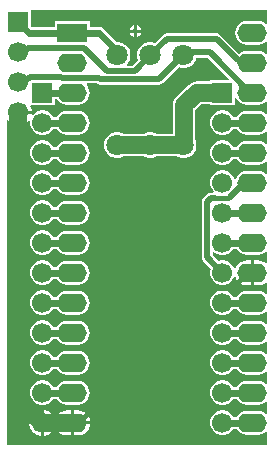
<source format=gtl>
G04*
G04 #@! TF.GenerationSoftware,Altium Limited,Altium Designer,21.0.9 (235)*
G04*
G04 Layer_Physical_Order=1*
G04 Layer_Color=255*
%FSLAX25Y25*%
%MOIN*%
G70*
G04*
G04 #@! TF.SameCoordinates,E712B7E2-4447-4AEC-BC64-13D1A33EA5FB*
G04*
G04*
G04 #@! TF.FilePolarity,Positive*
G04*
G01*
G75*
%ADD17C,0.05906*%
%ADD18C,0.01968*%
%ADD19C,0.02362*%
%ADD20C,0.01575*%
%ADD21R,0.06693X0.06693*%
%ADD22C,0.06693*%
%ADD23C,0.07087*%
%ADD24R,0.09843X0.06299*%
%ADD25O,0.09843X0.06299*%
%ADD26C,0.01968*%
G36*
X87980Y141537D02*
X87480Y141384D01*
X86757Y141939D01*
X85799Y142336D01*
X84772Y142471D01*
X81228D01*
X80201Y142336D01*
X79243Y141939D01*
X78420Y141308D01*
X77789Y140486D01*
X77393Y139528D01*
X77257Y138500D01*
X77393Y137472D01*
X77789Y136514D01*
X78420Y135692D01*
X79243Y135061D01*
X80201Y134664D01*
X81228Y134529D01*
X84772D01*
X85799Y134664D01*
X86757Y135061D01*
X87480Y135616D01*
X87980Y135463D01*
Y131537D01*
X87480Y131384D01*
X86757Y131939D01*
X85799Y132336D01*
X84772Y132471D01*
X81228D01*
X80201Y132336D01*
X79243Y131939D01*
X78616Y131458D01*
X72296Y137777D01*
X71710Y138169D01*
X71019Y138306D01*
X54500D01*
X53809Y138169D01*
X53223Y137777D01*
X50521Y135076D01*
X49570Y135331D01*
X48430D01*
X47328Y135036D01*
X46341Y134465D01*
X45535Y133659D01*
X44964Y132672D01*
X44669Y131570D01*
Y130430D01*
X44924Y129479D01*
X42937Y127491D01*
X41323D01*
X41116Y127991D01*
X41465Y128341D01*
X42036Y129328D01*
X42331Y130430D01*
Y131570D01*
X42036Y132672D01*
X41465Y133659D01*
X40659Y134465D01*
X39672Y135036D01*
X38570Y135331D01*
X37786D01*
X33198Y139919D01*
X32546Y140354D01*
X31778Y140507D01*
X28709D01*
Y142437D01*
X17291D01*
Y140507D01*
X9331D01*
X9134Y140705D01*
Y145981D01*
X87980D01*
Y141537D01*
D02*
G37*
G36*
X75048Y123096D02*
X74857Y122634D01*
X68866D01*
Y122272D01*
X64465D01*
X63489Y122144D01*
X62579Y121767D01*
X61798Y121168D01*
X57559Y116928D01*
X56959Y116147D01*
X56582Y115237D01*
X56454Y114261D01*
Y104772D01*
X51127D01*
X50672Y105036D01*
X49570Y105331D01*
X48430D01*
X47328Y105036D01*
X46873Y104772D01*
X40127D01*
X39672Y105036D01*
X38570Y105331D01*
X37430D01*
X36328Y105036D01*
X35341Y104465D01*
X34535Y103659D01*
X33964Y102672D01*
X33669Y101570D01*
Y100430D01*
X33964Y99328D01*
X34535Y98341D01*
X35341Y97535D01*
X36328Y96964D01*
X37430Y96669D01*
X38570D01*
X39672Y96964D01*
X40127Y97228D01*
X46873D01*
X47328Y96964D01*
X48430Y96669D01*
X49570D01*
X50672Y96964D01*
X51127Y97228D01*
X57873D01*
X58328Y96964D01*
X59430Y96669D01*
X60570D01*
X61672Y96964D01*
X62659Y97535D01*
X63465Y98341D01*
X64036Y99328D01*
X64331Y100430D01*
Y101570D01*
X64036Y102672D01*
X63998Y102736D01*
Y112698D01*
X66028Y114728D01*
X68866D01*
Y114366D01*
X77134D01*
Y116790D01*
X77634Y116890D01*
X77789Y116515D01*
X78420Y115692D01*
X79243Y115061D01*
X80201Y114664D01*
X81228Y114529D01*
X84772D01*
X85799Y114664D01*
X86757Y115061D01*
X87480Y115616D01*
X87980Y115463D01*
Y111537D01*
X87480Y111384D01*
X86757Y111939D01*
X85799Y112336D01*
X84772Y112471D01*
X81228D01*
X80201Y112336D01*
X79243Y111939D01*
X78420Y111308D01*
X77806Y110507D01*
X76615D01*
X76308Y111038D01*
X75538Y111808D01*
X74596Y112352D01*
X73544Y112634D01*
X72456D01*
X71404Y112352D01*
X70462Y111808D01*
X69692Y111038D01*
X69148Y110096D01*
X68866Y109044D01*
Y107956D01*
X69148Y106904D01*
X69692Y105962D01*
X70462Y105192D01*
X71404Y104648D01*
X72456Y104366D01*
X73544D01*
X74596Y104648D01*
X75538Y105192D01*
X76308Y105962D01*
X76615Y106493D01*
X77806D01*
X78420Y105692D01*
X79243Y105061D01*
X80201Y104664D01*
X81228Y104529D01*
X84772D01*
X85799Y104664D01*
X86757Y105061D01*
X87480Y105616D01*
X87980Y105463D01*
Y101537D01*
X87480Y101384D01*
X86757Y101939D01*
X85799Y102336D01*
X84772Y102471D01*
X81228D01*
X80201Y102336D01*
X79243Y101939D01*
X78420Y101308D01*
X77806Y100507D01*
X76615D01*
X76308Y101038D01*
X75538Y101808D01*
X74596Y102352D01*
X73544Y102634D01*
X72456D01*
X71404Y102352D01*
X70462Y101808D01*
X69692Y101038D01*
X69148Y100096D01*
X68866Y99044D01*
Y97956D01*
X69148Y96904D01*
X69692Y95962D01*
X70462Y95192D01*
X71404Y94648D01*
X72456Y94366D01*
X73544D01*
X74596Y94648D01*
X75538Y95192D01*
X76308Y95962D01*
X76615Y96493D01*
X77806D01*
X78420Y95692D01*
X79243Y95061D01*
X80201Y94664D01*
X81228Y94529D01*
X84772D01*
X85799Y94664D01*
X86757Y95061D01*
X87480Y95616D01*
X87980Y95463D01*
Y91537D01*
X87480Y91384D01*
X86757Y91939D01*
X85799Y92336D01*
X84772Y92471D01*
X81228D01*
X80201Y92336D01*
X79243Y91939D01*
X78420Y91308D01*
X77789Y90486D01*
X77471Y89717D01*
X76944Y89752D01*
X76852Y90096D01*
X76308Y91038D01*
X75538Y91808D01*
X74596Y92352D01*
X73544Y92634D01*
X72456D01*
X71404Y92352D01*
X70462Y91808D01*
X69692Y91038D01*
X69148Y90096D01*
X68866Y89044D01*
Y87956D01*
X69148Y86904D01*
X69692Y85962D01*
X70032Y85622D01*
X69824Y85122D01*
X69035D01*
X68344Y84985D01*
X67758Y84593D01*
X66605Y83440D01*
X66213Y82854D01*
X66075Y82163D01*
Y63618D01*
X66213Y62927D01*
X66605Y62341D01*
X69085Y59860D01*
X68866Y59044D01*
Y57956D01*
X69148Y56904D01*
X69692Y55962D01*
X70462Y55192D01*
X71404Y54648D01*
X72456Y54366D01*
X73544D01*
X74596Y54648D01*
X75538Y55192D01*
X76308Y55962D01*
X76852Y56904D01*
X76854Y56911D01*
X77381Y56945D01*
X77604Y56407D01*
X78269Y55541D01*
X79136Y54875D01*
X80145Y54457D01*
X81228Y54315D01*
X82500D01*
Y58500D01*
Y62685D01*
X81228D01*
X80145Y62543D01*
X79136Y62125D01*
X78269Y61459D01*
X77604Y60593D01*
X77381Y60055D01*
X76854Y60089D01*
X76852Y60096D01*
X76308Y61038D01*
X75538Y61808D01*
X74596Y62352D01*
X73544Y62634D01*
X72456D01*
X71639Y62415D01*
X69688Y64366D01*
Y65259D01*
X70188Y65466D01*
X70462Y65192D01*
X71404Y64648D01*
X72456Y64366D01*
X73544D01*
X74596Y64648D01*
X75538Y65192D01*
X76308Y65962D01*
X76615Y66493D01*
X77806D01*
X78420Y65692D01*
X79243Y65061D01*
X80201Y64664D01*
X81228Y64529D01*
X84772D01*
X85799Y64664D01*
X86757Y65061D01*
X87480Y65616D01*
X87981Y65463D01*
Y61898D01*
X87480Y61652D01*
X86864Y62125D01*
X85855Y62543D01*
X84772Y62685D01*
X83500D01*
Y58500D01*
Y54315D01*
X84772D01*
X85855Y54457D01*
X86864Y54875D01*
X87480Y55348D01*
X87981Y55102D01*
Y51537D01*
X87480Y51384D01*
X86757Y51939D01*
X85799Y52336D01*
X84772Y52471D01*
X81228D01*
X80201Y52336D01*
X79243Y51939D01*
X78420Y51308D01*
X77806Y50507D01*
X76615D01*
X76308Y51038D01*
X75538Y51808D01*
X74596Y52352D01*
X73544Y52634D01*
X72456D01*
X71404Y52352D01*
X70462Y51808D01*
X69692Y51038D01*
X69148Y50096D01*
X68866Y49044D01*
Y47956D01*
X69148Y46904D01*
X69692Y45962D01*
X70462Y45192D01*
X71404Y44648D01*
X72456Y44366D01*
X73544D01*
X74596Y44648D01*
X75538Y45192D01*
X76308Y45962D01*
X76615Y46493D01*
X77806D01*
X78420Y45692D01*
X79243Y45061D01*
X80201Y44664D01*
X81228Y44529D01*
X84772D01*
X85799Y44664D01*
X86757Y45061D01*
X87480Y45616D01*
X87981Y45463D01*
Y41537D01*
X87480Y41384D01*
X86757Y41939D01*
X85799Y42336D01*
X84772Y42471D01*
X81228D01*
X80201Y42336D01*
X79243Y41939D01*
X78420Y41308D01*
X77806Y40507D01*
X76615D01*
X76308Y41038D01*
X75538Y41808D01*
X74596Y42352D01*
X73544Y42634D01*
X72456D01*
X71404Y42352D01*
X70462Y41808D01*
X69692Y41038D01*
X69148Y40096D01*
X68866Y39044D01*
Y37956D01*
X69148Y36904D01*
X69692Y35962D01*
X70462Y35192D01*
X71404Y34648D01*
X72456Y34366D01*
X73544D01*
X74596Y34648D01*
X75538Y35192D01*
X76308Y35962D01*
X76615Y36493D01*
X77806D01*
X78420Y35692D01*
X79243Y35061D01*
X80201Y34664D01*
X81228Y34529D01*
X84772D01*
X85799Y34664D01*
X86757Y35061D01*
X87480Y35616D01*
X87981Y35463D01*
Y31537D01*
X87480Y31384D01*
X86757Y31939D01*
X85799Y32336D01*
X84772Y32471D01*
X81228D01*
X80201Y32336D01*
X79243Y31939D01*
X78420Y31308D01*
X77806Y30507D01*
X76615D01*
X76308Y31038D01*
X75538Y31808D01*
X74596Y32352D01*
X73544Y32634D01*
X72456D01*
X71404Y32352D01*
X70462Y31808D01*
X69692Y31038D01*
X69148Y30096D01*
X68866Y29044D01*
Y27956D01*
X69148Y26904D01*
X69692Y25962D01*
X70462Y25192D01*
X71404Y24648D01*
X72456Y24366D01*
X73544D01*
X74596Y24648D01*
X75538Y25192D01*
X76308Y25962D01*
X76615Y26493D01*
X77806D01*
X78420Y25692D01*
X79243Y25061D01*
X80201Y24664D01*
X81228Y24529D01*
X84772D01*
X85799Y24664D01*
X86757Y25061D01*
X87480Y25616D01*
X87981Y25463D01*
Y21537D01*
X87480Y21384D01*
X86757Y21939D01*
X85799Y22336D01*
X84772Y22471D01*
X81228D01*
X80201Y22336D01*
X79243Y21939D01*
X78420Y21308D01*
X77806Y20507D01*
X76615D01*
X76308Y21038D01*
X75538Y21808D01*
X74596Y22352D01*
X73544Y22634D01*
X72456D01*
X71404Y22352D01*
X70462Y21808D01*
X69692Y21038D01*
X69148Y20096D01*
X68866Y19044D01*
Y17956D01*
X69148Y16904D01*
X69692Y15962D01*
X70462Y15192D01*
X71404Y14648D01*
X72456Y14366D01*
X73544D01*
X74596Y14648D01*
X75538Y15192D01*
X76308Y15962D01*
X76615Y16493D01*
X77806D01*
X78420Y15692D01*
X79243Y15061D01*
X80201Y14664D01*
X81228Y14529D01*
X84772D01*
X85799Y14664D01*
X86757Y15061D01*
X87480Y15616D01*
X87981Y15463D01*
Y11537D01*
X87480Y11384D01*
X86757Y11939D01*
X85799Y12336D01*
X84772Y12471D01*
X81228D01*
X80201Y12336D01*
X79243Y11939D01*
X78420Y11308D01*
X77806Y10507D01*
X76615D01*
X76308Y11038D01*
X75538Y11808D01*
X74596Y12352D01*
X73544Y12634D01*
X72456D01*
X71404Y12352D01*
X70462Y11808D01*
X69692Y11038D01*
X69148Y10096D01*
X68866Y9044D01*
Y7956D01*
X69148Y6904D01*
X69692Y5962D01*
X70462Y5192D01*
X71404Y4648D01*
X72456Y4366D01*
X73544D01*
X74596Y4648D01*
X75538Y5192D01*
X76308Y5962D01*
X76615Y6493D01*
X77806D01*
X78420Y5692D01*
X79243Y5061D01*
X80201Y4664D01*
X81228Y4529D01*
X84772D01*
X85799Y4664D01*
X86757Y5061D01*
X87480Y5616D01*
X87981Y5463D01*
Y1020D01*
X1020D01*
X1020Y109236D01*
X1503Y109365D01*
X1522Y109331D01*
X2331Y108522D01*
X3322Y107950D01*
X4428Y107653D01*
X4500D01*
Y112000D01*
X5000D01*
Y112500D01*
X9346D01*
Y112572D01*
X9050Y113678D01*
X8941Y113866D01*
X9230Y114366D01*
X17134D01*
Y116493D01*
X17806D01*
X18420Y115692D01*
X19243Y115061D01*
X20201Y114664D01*
X21228Y114529D01*
X24772D01*
X25799Y114664D01*
X26757Y115061D01*
X27580Y115692D01*
X28211Y116515D01*
X28607Y117472D01*
X28743Y118500D01*
X28607Y119528D01*
X28211Y120485D01*
X27728Y121115D01*
X27972Y121615D01*
X31111D01*
X31642Y121260D01*
X32333Y121123D01*
X51929D01*
X52620Y121260D01*
X53206Y121652D01*
X58479Y126924D01*
X59430Y126669D01*
X60570D01*
X61672Y126964D01*
X62659Y127535D01*
X63465Y128341D01*
X64036Y129328D01*
X64262Y130172D01*
X67971D01*
X75048Y123096D01*
D02*
G37*
%LPC*%
G36*
X44500Y140941D02*
Y139500D01*
X45941D01*
X45682Y140124D01*
X45124Y140682D01*
X44500Y140941D01*
D02*
G37*
G36*
X43500D02*
X42876Y140682D01*
X42318Y140124D01*
X42059Y139500D01*
X43500D01*
Y140941D01*
D02*
G37*
G36*
X45941Y138500D02*
X44500D01*
Y137059D01*
X45124Y137318D01*
X45682Y137876D01*
X45941Y138500D01*
D02*
G37*
G36*
X43500D02*
X42059D01*
X42318Y137876D01*
X42876Y137318D01*
X43500Y137059D01*
Y138500D01*
D02*
G37*
G36*
X13544Y112634D02*
X12456D01*
X11404Y112352D01*
X10462Y111808D01*
X9784Y111131D01*
X9334Y111380D01*
X9346Y111428D01*
Y111500D01*
X5500D01*
Y107653D01*
X5572D01*
X6678Y107950D01*
X7669Y108522D01*
X8406Y109259D01*
X8737Y109142D01*
X8867Y109047D01*
X8866Y109044D01*
Y107956D01*
X9148Y106904D01*
X9692Y105962D01*
X10462Y105192D01*
X11404Y104648D01*
X12456Y104366D01*
X13544D01*
X14596Y104648D01*
X15538Y105192D01*
X16308Y105962D01*
X16615Y106493D01*
X17806D01*
X18420Y105692D01*
X19243Y105061D01*
X20201Y104664D01*
X21228Y104529D01*
X24772D01*
X25799Y104664D01*
X26757Y105061D01*
X27580Y105692D01*
X28211Y106515D01*
X28607Y107472D01*
X28743Y108500D01*
X28607Y109528D01*
X28211Y110485D01*
X27580Y111308D01*
X26757Y111939D01*
X25799Y112336D01*
X24772Y112471D01*
X21228D01*
X20201Y112336D01*
X19243Y111939D01*
X18420Y111308D01*
X17806Y110507D01*
X16615D01*
X16308Y111038D01*
X15538Y111808D01*
X14596Y112352D01*
X13544Y112634D01*
D02*
G37*
G36*
Y102634D02*
X12456D01*
X11404Y102352D01*
X10462Y101808D01*
X9692Y101038D01*
X9148Y100096D01*
X8866Y99044D01*
Y97956D01*
X9148Y96904D01*
X9692Y95962D01*
X10462Y95192D01*
X11404Y94648D01*
X12456Y94366D01*
X13544D01*
X14596Y94648D01*
X15538Y95192D01*
X16308Y95962D01*
X16615Y96493D01*
X17806D01*
X18420Y95692D01*
X19243Y95061D01*
X20201Y94664D01*
X21228Y94529D01*
X24772D01*
X25799Y94664D01*
X26757Y95061D01*
X27580Y95692D01*
X28211Y96514D01*
X28607Y97472D01*
X28743Y98500D01*
X28607Y99528D01*
X28211Y100486D01*
X27580Y101308D01*
X26757Y101939D01*
X25799Y102336D01*
X24772Y102471D01*
X21228D01*
X20201Y102336D01*
X19243Y101939D01*
X18420Y101308D01*
X17806Y100507D01*
X16615D01*
X16308Y101038D01*
X15538Y101808D01*
X14596Y102352D01*
X13544Y102634D01*
D02*
G37*
G36*
Y92634D02*
X12456D01*
X11404Y92352D01*
X10462Y91808D01*
X9692Y91038D01*
X9148Y90096D01*
X8866Y89044D01*
Y87956D01*
X9148Y86904D01*
X9692Y85962D01*
X10462Y85192D01*
X11404Y84648D01*
X12456Y84366D01*
X13544D01*
X14596Y84648D01*
X15538Y85192D01*
X16308Y85962D01*
X16615Y86493D01*
X17806D01*
X18420Y85692D01*
X19243Y85061D01*
X20201Y84664D01*
X21228Y84529D01*
X24772D01*
X25799Y84664D01*
X26757Y85061D01*
X27580Y85692D01*
X28211Y86515D01*
X28607Y87472D01*
X28743Y88500D01*
X28607Y89528D01*
X28211Y90486D01*
X27580Y91308D01*
X26757Y91939D01*
X25799Y92336D01*
X24772Y92471D01*
X21228D01*
X20201Y92336D01*
X19243Y91939D01*
X18420Y91308D01*
X17806Y90507D01*
X16615D01*
X16308Y91038D01*
X15538Y91808D01*
X14596Y92352D01*
X13544Y92634D01*
D02*
G37*
G36*
Y82634D02*
X12456D01*
X11404Y82352D01*
X10462Y81808D01*
X9692Y81038D01*
X9148Y80096D01*
X8866Y79044D01*
Y77956D01*
X9148Y76904D01*
X9692Y75962D01*
X10462Y75192D01*
X11404Y74648D01*
X12456Y74366D01*
X13544D01*
X14596Y74648D01*
X15538Y75192D01*
X16308Y75962D01*
X16615Y76493D01*
X17806D01*
X18420Y75692D01*
X19243Y75061D01*
X20201Y74664D01*
X21228Y74529D01*
X24772D01*
X25799Y74664D01*
X26757Y75061D01*
X27580Y75692D01*
X28211Y76515D01*
X28607Y77472D01*
X28743Y78500D01*
X28607Y79528D01*
X28211Y80485D01*
X27580Y81308D01*
X26757Y81939D01*
X25799Y82336D01*
X24772Y82471D01*
X21228D01*
X20201Y82336D01*
X19243Y81939D01*
X18420Y81308D01*
X17806Y80507D01*
X16615D01*
X16308Y81038D01*
X15538Y81808D01*
X14596Y82352D01*
X13544Y82634D01*
D02*
G37*
G36*
Y72634D02*
X12456D01*
X11404Y72352D01*
X10462Y71808D01*
X9692Y71038D01*
X9148Y70096D01*
X8866Y69044D01*
Y67956D01*
X9148Y66904D01*
X9692Y65962D01*
X10462Y65192D01*
X11404Y64648D01*
X12456Y64366D01*
X13544D01*
X14596Y64648D01*
X15538Y65192D01*
X16308Y65962D01*
X16615Y66493D01*
X17806D01*
X18420Y65692D01*
X19243Y65061D01*
X20201Y64664D01*
X21228Y64529D01*
X24772D01*
X25799Y64664D01*
X26757Y65061D01*
X27580Y65692D01*
X28211Y66514D01*
X28607Y67472D01*
X28743Y68500D01*
X28607Y69528D01*
X28211Y70486D01*
X27580Y71308D01*
X26757Y71939D01*
X25799Y72336D01*
X24772Y72471D01*
X21228D01*
X20201Y72336D01*
X19243Y71939D01*
X18420Y71308D01*
X17806Y70507D01*
X16615D01*
X16308Y71038D01*
X15538Y71808D01*
X14596Y72352D01*
X13544Y72634D01*
D02*
G37*
G36*
Y62634D02*
X12456D01*
X11404Y62352D01*
X10462Y61808D01*
X9692Y61038D01*
X9148Y60096D01*
X8866Y59044D01*
Y57956D01*
X9148Y56904D01*
X9692Y55962D01*
X10462Y55192D01*
X11404Y54648D01*
X12456Y54366D01*
X13544D01*
X14596Y54648D01*
X15538Y55192D01*
X16308Y55962D01*
X16615Y56493D01*
X17806D01*
X18420Y55692D01*
X19243Y55061D01*
X20201Y54664D01*
X21228Y54529D01*
X24772D01*
X25799Y54664D01*
X26757Y55061D01*
X27580Y55692D01*
X28211Y56515D01*
X28607Y57472D01*
X28743Y58500D01*
X28607Y59528D01*
X28211Y60486D01*
X27580Y61308D01*
X26757Y61939D01*
X25799Y62336D01*
X24772Y62471D01*
X21228D01*
X20201Y62336D01*
X19243Y61939D01*
X18420Y61308D01*
X17806Y60507D01*
X16615D01*
X16308Y61038D01*
X15538Y61808D01*
X14596Y62352D01*
X13544Y62634D01*
D02*
G37*
G36*
Y52634D02*
X12456D01*
X11404Y52352D01*
X10462Y51808D01*
X9692Y51038D01*
X9148Y50096D01*
X8866Y49044D01*
Y47956D01*
X9148Y46904D01*
X9692Y45962D01*
X10462Y45192D01*
X11404Y44648D01*
X12456Y44366D01*
X13544D01*
X14596Y44648D01*
X15538Y45192D01*
X16308Y45962D01*
X16615Y46493D01*
X17806D01*
X18420Y45692D01*
X19243Y45061D01*
X20201Y44664D01*
X21228Y44529D01*
X24772D01*
X25799Y44664D01*
X26757Y45061D01*
X27580Y45692D01*
X28211Y46514D01*
X28607Y47472D01*
X28743Y48500D01*
X28607Y49528D01*
X28211Y50485D01*
X27580Y51308D01*
X26757Y51939D01*
X25799Y52336D01*
X24772Y52471D01*
X21228D01*
X20201Y52336D01*
X19243Y51939D01*
X18420Y51308D01*
X17806Y50507D01*
X16615D01*
X16308Y51038D01*
X15538Y51808D01*
X14596Y52352D01*
X13544Y52634D01*
D02*
G37*
G36*
Y42634D02*
X12456D01*
X11404Y42352D01*
X10462Y41808D01*
X9692Y41038D01*
X9148Y40096D01*
X8866Y39044D01*
Y37956D01*
X9148Y36904D01*
X9692Y35962D01*
X10462Y35192D01*
X11404Y34648D01*
X12456Y34366D01*
X13544D01*
X14596Y34648D01*
X15538Y35192D01*
X16308Y35962D01*
X16615Y36493D01*
X17806D01*
X18420Y35692D01*
X19243Y35061D01*
X20201Y34664D01*
X21228Y34529D01*
X24772D01*
X25799Y34664D01*
X26757Y35061D01*
X27580Y35692D01*
X28211Y36514D01*
X28607Y37472D01*
X28743Y38500D01*
X28607Y39528D01*
X28211Y40486D01*
X27580Y41308D01*
X26757Y41939D01*
X25799Y42336D01*
X24772Y42471D01*
X21228D01*
X20201Y42336D01*
X19243Y41939D01*
X18420Y41308D01*
X17806Y40507D01*
X16615D01*
X16308Y41038D01*
X15538Y41808D01*
X14596Y42352D01*
X13544Y42634D01*
D02*
G37*
G36*
Y32634D02*
X12456D01*
X11404Y32352D01*
X10462Y31808D01*
X9692Y31038D01*
X9148Y30096D01*
X8866Y29044D01*
Y27956D01*
X9148Y26904D01*
X9692Y25962D01*
X10462Y25192D01*
X11404Y24648D01*
X12456Y24366D01*
X13544D01*
X14596Y24648D01*
X15538Y25192D01*
X16308Y25962D01*
X16615Y26493D01*
X17806D01*
X18420Y25692D01*
X19243Y25061D01*
X20201Y24664D01*
X21228Y24529D01*
X24772D01*
X25799Y24664D01*
X26757Y25061D01*
X27580Y25692D01*
X28211Y26515D01*
X28607Y27472D01*
X28743Y28500D01*
X28607Y29528D01*
X28211Y30485D01*
X27580Y31308D01*
X26757Y31939D01*
X25799Y32336D01*
X24772Y32471D01*
X21228D01*
X20201Y32336D01*
X19243Y31939D01*
X18420Y31308D01*
X17806Y30507D01*
X16615D01*
X16308Y31038D01*
X15538Y31808D01*
X14596Y32352D01*
X13544Y32634D01*
D02*
G37*
G36*
Y22634D02*
X12456D01*
X11404Y22352D01*
X10462Y21808D01*
X9692Y21038D01*
X9148Y20096D01*
X8866Y19044D01*
Y17956D01*
X9148Y16904D01*
X9692Y15962D01*
X10462Y15192D01*
X11404Y14648D01*
X12456Y14366D01*
X13544D01*
X14596Y14648D01*
X15538Y15192D01*
X16308Y15962D01*
X16615Y16493D01*
X17806D01*
X18420Y15692D01*
X19243Y15061D01*
X20201Y14664D01*
X21228Y14529D01*
X24772D01*
X25799Y14664D01*
X26757Y15061D01*
X27580Y15692D01*
X28211Y16514D01*
X28607Y17472D01*
X28743Y18500D01*
X28607Y19528D01*
X28211Y20485D01*
X27580Y21308D01*
X26757Y21939D01*
X25799Y22336D01*
X24772Y22471D01*
X21228D01*
X20201Y22336D01*
X19243Y21939D01*
X18420Y21308D01*
X17806Y20507D01*
X16615D01*
X16308Y21038D01*
X15538Y21808D01*
X14596Y22352D01*
X13544Y22634D01*
D02*
G37*
G36*
X24772Y12685D02*
X23500D01*
Y9000D01*
X28891D01*
X28814Y9583D01*
X28396Y10593D01*
X27731Y11460D01*
X26864Y12125D01*
X25855Y12543D01*
X24772Y12685D01*
D02*
G37*
G36*
X12500Y12846D02*
X12428D01*
X11322Y12550D01*
X10331Y11978D01*
X9522Y11169D01*
X8950Y10178D01*
X8653Y9072D01*
Y9000D01*
X12500D01*
Y12846D01*
D02*
G37*
G36*
X28891Y8000D02*
X23500D01*
Y4315D01*
X24772D01*
X25855Y4457D01*
X26864Y4875D01*
X27731Y5540D01*
X28396Y6407D01*
X28814Y7417D01*
X28891Y8000D01*
D02*
G37*
G36*
X13572Y12846D02*
X13500D01*
Y8500D01*
Y4154D01*
X13572D01*
X14678Y4450D01*
X15669Y5022D01*
X16478Y5831D01*
X16957Y6661D01*
X17496Y6668D01*
X17604Y6407D01*
X18269Y5540D01*
X19136Y4875D01*
X20145Y4457D01*
X21228Y4315D01*
X22500D01*
Y8500D01*
Y12685D01*
X21228D01*
X20145Y12543D01*
X19136Y12125D01*
X18269Y11460D01*
X17604Y10593D01*
X17496Y10332D01*
X16957Y10339D01*
X16478Y11169D01*
X15669Y11978D01*
X14678Y12550D01*
X13572Y12846D01*
D02*
G37*
G36*
X12500Y8000D02*
X8653D01*
Y7928D01*
X8950Y6822D01*
X9522Y5831D01*
X10331Y5022D01*
X11322Y4450D01*
X12428Y4154D01*
X12500D01*
Y8000D01*
D02*
G37*
%LPD*%
D17*
X60226Y101226D02*
Y114261D01*
X64465Y118500D02*
X73000D01*
X60226Y114261D02*
X64465Y118500D01*
X5000Y16478D02*
Y112000D01*
Y16478D02*
X12978Y8500D01*
X13000D01*
X60000Y101000D02*
X60226Y101226D01*
X38000Y101000D02*
X49000D01*
X60000D01*
X13000Y8500D02*
X23000D01*
D18*
X78190Y129329D02*
X82171D01*
X54500Y136500D02*
X71019D01*
X82171Y129329D02*
X83000Y128500D01*
X71019Y136500D02*
X78190Y129329D01*
X51929Y122929D02*
X60979Y131979D01*
X32333Y122929D02*
X51929D01*
X68720Y131979D02*
X82198Y118500D01*
X60979Y131979D02*
X68720D01*
X82198Y118500D02*
X83000D01*
X49903Y131903D02*
X54500Y136500D01*
X49903Y131903D02*
Y131903D01*
X43685Y125685D02*
X49903Y131903D01*
X5904Y132904D02*
X7998D01*
X5000Y132000D02*
X5904Y132904D01*
X7998D02*
X8515Y133421D01*
X26810D01*
X31841Y123421D02*
X32333Y122929D01*
X19347Y123421D02*
X31841D01*
X19150Y123618D02*
X19347Y123421D01*
X8920Y123618D02*
X19150D01*
X8206Y122904D02*
X8920Y123618D01*
X5904Y122904D02*
X8206D01*
X5000Y122000D02*
X5904Y122904D01*
X34546Y125685D02*
X43685D01*
X26810Y133421D02*
X34546Y125685D01*
X67882Y63618D02*
Y82163D01*
X69035Y83316D01*
X70463D01*
X67882Y63618D02*
X73000Y58500D01*
X75514Y83776D02*
X80238Y88500D01*
X83000D01*
X75375Y83776D02*
X75514D01*
D19*
X31778Y138500D02*
X38000Y132278D01*
X8500Y138500D02*
X31778D01*
X38000Y131000D02*
Y132278D01*
X5000Y142000D02*
X8500Y138500D01*
X73000Y48500D02*
X83000D01*
X73000Y38500D02*
X83000D01*
X73000Y108500D02*
X83000D01*
X73000Y98500D02*
X83000D01*
X73000Y78500D02*
X83000D01*
X73000Y68500D02*
X83000D01*
X73000Y28500D02*
X83000D01*
X73000Y18500D02*
X83000D01*
X73000Y8500D02*
X83000D01*
X13000Y18500D02*
X23000D01*
X13000Y28500D02*
X23000D01*
X13000Y38500D02*
X23000D01*
X13000Y48500D02*
X23000D01*
X13000Y58500D02*
X23000D01*
X13000Y68500D02*
X23000D01*
X13000Y78500D02*
X23000D01*
X13000Y88500D02*
X23000D01*
X13000Y98500D02*
X23000D01*
X13000Y108500D02*
X23000D01*
X13000Y118500D02*
X23000D01*
D20*
X24772Y8500D02*
X69772Y53500D01*
X76228D01*
X81228Y58500D01*
X83000D01*
X23000Y8500D02*
X24772D01*
X70568Y83421D02*
X74881D01*
X70463Y83316D02*
X70568Y83421D01*
X74881D02*
X75235Y83776D01*
X75375D01*
D21*
X5000Y142000D02*
D03*
X13000Y118500D02*
D03*
X73000D02*
D03*
D22*
X5000Y132000D02*
D03*
Y122000D02*
D03*
Y112000D02*
D03*
X13000Y48500D02*
D03*
Y58500D02*
D03*
Y68500D02*
D03*
Y78500D02*
D03*
Y88500D02*
D03*
Y98500D02*
D03*
Y108500D02*
D03*
Y38500D02*
D03*
Y28500D02*
D03*
Y18500D02*
D03*
Y8500D02*
D03*
X73000Y48500D02*
D03*
Y58500D02*
D03*
Y68500D02*
D03*
Y78500D02*
D03*
Y88500D02*
D03*
Y98500D02*
D03*
Y108500D02*
D03*
Y38500D02*
D03*
Y28500D02*
D03*
Y18500D02*
D03*
Y8500D02*
D03*
D23*
X60000Y101000D02*
D03*
Y131000D02*
D03*
X38000Y101000D02*
D03*
Y131000D02*
D03*
X49000Y101000D02*
D03*
Y131000D02*
D03*
D24*
X23000Y138500D02*
D03*
D25*
Y128500D02*
D03*
Y118500D02*
D03*
Y108500D02*
D03*
Y98500D02*
D03*
Y88500D02*
D03*
Y78500D02*
D03*
Y68500D02*
D03*
Y58500D02*
D03*
Y48500D02*
D03*
Y38500D02*
D03*
Y28500D02*
D03*
Y18500D02*
D03*
Y8500D02*
D03*
X83000Y138500D02*
D03*
Y128500D02*
D03*
Y118500D02*
D03*
Y108500D02*
D03*
Y98500D02*
D03*
Y88500D02*
D03*
Y78500D02*
D03*
Y68500D02*
D03*
Y58500D02*
D03*
Y48500D02*
D03*
Y38500D02*
D03*
Y28500D02*
D03*
Y18500D02*
D03*
Y8500D02*
D03*
D26*
X44000Y139000D02*
D03*
M02*

</source>
